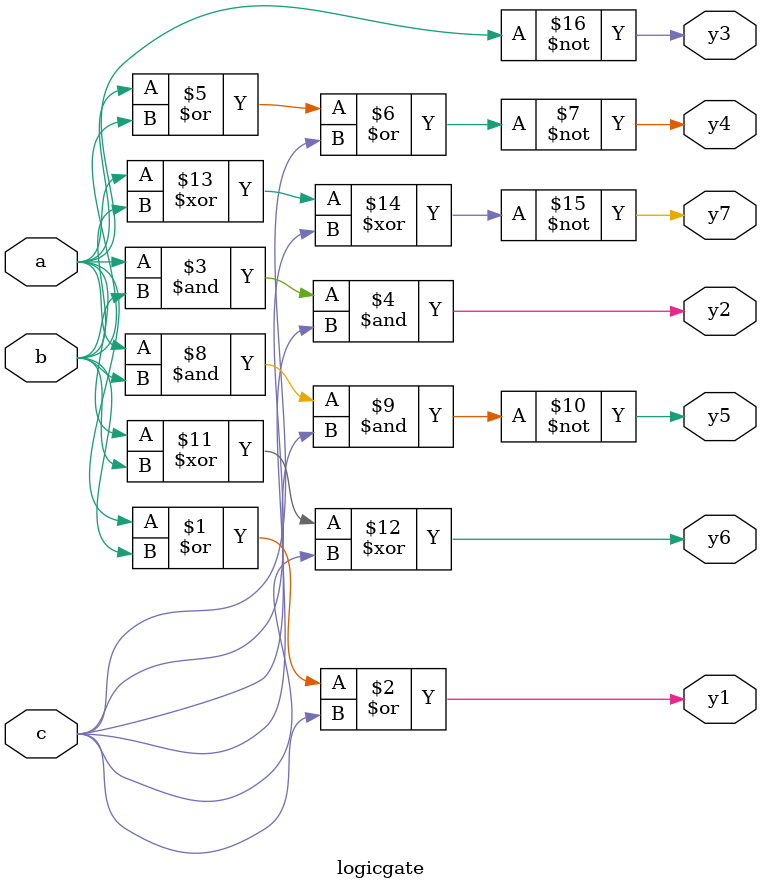
<source format=v>
module logicgate(a,b,c,y1,y2,y3,y4,y5,y6,y7);
input a,b,c;
output y1,y2,y3,y4,y5,y6,y7;
or o1(y1,a,b,c);
and a1(y2,a,b,c);
not n1(y3,a);
nor nr(y4,a,b,c);
nand na(y5,a,b,c);
xor xr(y6,a,b,c);
xnor xn(y7,a,b,c);
endmodule

</source>
